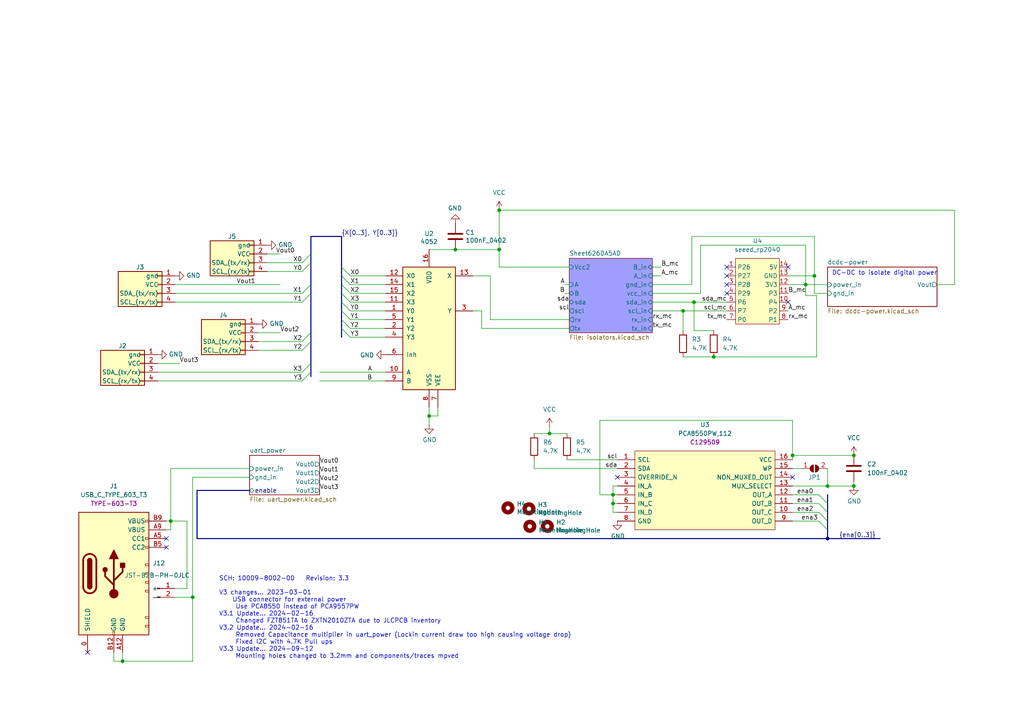
<source format=kicad_sch>
(kicad_sch (version 20230121) (generator eeschema)
  (paper "A4")
  (lib_symbols
    (symbol "0JLC-6:USB_C_TYPE_603_T3" (pin_names (offset 1.016))
      (property "Reference" "J" (at -10.16 19.05 0))
      (property "Value" "USB_C_TYPE_603_T3" (at 19.05 19.05 0))
      (property "MPN" "TYPE-603-T3" (at 0 0 0))
      (symbol "USB_C_TYPE_603_T3_0_0"
        (rectangle (start -0.254 -17.78) (end 0.254 -16.764))
        (rectangle (start 10.16 -14.986) (end 9.144 -15.494))
        (rectangle (start 10.16 -12.446) (end 9.144 -12.954))
        (rectangle (start 10.16 -4.826) (end 9.144 -5.334))
        (rectangle (start 10.16 -2.286) (end 9.144 -2.794))
        (rectangle (start 10.16 0.254) (end 9.144 -0.254))
        (rectangle (start 10.16 2.794) (end 9.144 2.286))
        (rectangle (start 10.16 7.874) (end 9.144 7.366))
        (rectangle (start 10.16 10.414) (end 9.144 9.906))
        (rectangle (start 10.16 15.494) (end 9.144 14.986))
      )
      (symbol "USB_C_TYPE_603_T3_0_1"
        (rectangle (start -10.16 17.78) (end 10.16 -17.78) (stroke (width 0.254)) (fill (type background)))
        (arc (start -8.89 -3.81) (mid -6.985 -5.7067) (end -5.08 -3.81) (stroke (width 0.508)))
        (arc (start -7.62 -3.81) (mid -6.985 -4.4423) (end -6.35 -3.81) (stroke (width 0.254)))
        (arc (start -7.62 -3.81) (mid -6.985 -4.4423) (end -6.35 -3.81) (stroke (width 0.254)) (fill (type outline)))
        (rectangle (start -7.62 -3.81) (end -6.35 3.81) (stroke (width 0.254)) (fill (type outline)))
        (arc (start -6.35 3.81) (mid -6.985 4.4423) (end -7.62 3.81) (stroke (width 0.254)))
        (arc (start -6.35 3.81) (mid -6.985 4.4423) (end -7.62 3.81) (stroke (width 0.254)) (fill (type outline)))
        (arc (start -5.08 3.81) (mid -6.985 5.7067) (end -8.89 3.81) (stroke (width 0.508)))
        (circle (center -2.54 1.143) (radius 0.635) (stroke (width 0.254)) (fill (type outline)))
        (circle (center 0 -5.842) (radius 1.27) (fill (type outline)))
        (polyline (pts (xy -8.89 -3.81) (xy -8.89 3.81)) (stroke (width 0.508)))
        (polyline (pts (xy -5.08 3.81) (xy -5.08 -3.81)) (stroke (width 0.508)))
        (polyline (pts (xy 0 -5.842) (xy 0 4.318)) (stroke (width 0.508)))
        (polyline (pts (xy 0 -3.302) (xy -2.54 -0.762) (xy -2.54 0.508)) (stroke (width 0.508)))
        (polyline (pts (xy 0 -2.032) (xy 2.54 0.508) (xy 2.54 1.778)) (stroke (width 0.508)))
        (polyline (pts (xy -1.27 4.318) (xy 0 6.858) (xy 1.27 4.318) (xy -1.27 4.318)) (stroke (width 0.254)) (fill (type outline)))
        (rectangle (start 1.905 1.778) (end 3.175 3.048) (stroke (width 0.254)) (fill (type outline)))
      )
      (symbol "USB_C_TYPE_603_T3_1_1"
        (pin passive line (at -7.62 -22.86 90) (length 5.08) (name "SHIELD") (number "0"))
        (pin passive line (at 2.54 -22.86 90) (length 5.08) (name "GND") (number "A12"))
        (pin bidirectional line (at 15.24 10.16 180) (length 5.08) (name "CC1") (number "A5"))
        (pin power_out line (at 15.24 12.7 180) (length 5.08) (name "VBUS") (number "A9"))
        (pin passive line (at 0 -22.86 90) (length 5.08) (name "GND") (number "B12"))
        (pin bidirectional line (at 15.24 7.62 180) (length 5.08) (name "CC2") (number "B5"))
        (pin power_out line (at 15.24 15.24 180) (length 5.08) (name "VBUS") (number "B9"))
      )
    )
    (symbol "0JLC-7:100nF_0402" (pin_numbers hide) (pin_names (offset 0.254))
      (property "Reference" "C?" (at -6.4008 0 90))
      (property "Value" "100nF_0402" (at -3.81 3.81 90))
      (symbol "100nF_0402_0_1"
        (polyline (pts (xy -2.032 -0.762) (xy 2.032 -0.762)) (stroke (width 0.508)))
        (polyline (pts (xy -2.032 0.762) (xy 2.032 0.762)) (stroke (width 0.508)))
      )
      (symbol "100nF_0402_1_1"
        (pin passive line (at 0 3.81 270) (length 2.794) (name "~") (number "1"))
        (pin passive line (at 0 -3.81 90) (length 2.794) (name "~") (number "2"))
      )
    )
    (symbol "0JLC-7:100nF_0603" (pin_numbers hide) (pin_names (offset 0.254))
      (property "Reference" "C?" (at -6.4008 0 90))
      (property "Value" "100nF_0603" (at -3.81 3.81 90))
      (symbol "100nF_0603_0_1"
        (polyline (pts (xy -2.032 -0.762) (xy 2.032 -0.762)) (stroke (width 0.508)))
        (polyline (pts (xy -2.032 0.762) (xy 2.032 0.762)) (stroke (width 0.508)))
      )
      (symbol "100nF_0603_1_1"
        (pin passive line (at 0 3.81 270) (length 2.794) (name "~") (number "1"))
        (pin passive line (at 0 -3.81 90) (length 2.794) (name "~") (number "2"))
      )
    )
    (symbol "0JLC-7:JST_SH_Conn_01x04_i2c_uart_horizontal" (pin_names (offset 1.016))
      (property "Reference" "J1" (at -0.4318 8.255 0))
      (property "Value" "JST_SH_Conn_01x04_i2c_uart_horizontal" (at -5.5118 5.9436 0))
      (symbol "JST_SH_Conn_01x04_i2c_uart_horizontal_1_1"
        (rectangle (start -6.35 -4.953) (end -5.08 -5.207) (stroke (width 0.1524)))
        (rectangle (start -6.35 -2.413) (end -5.08 -2.667) (stroke (width 0.1524)))
        (rectangle (start -6.35 0.127) (end -5.08 -0.127) (stroke (width 0.1524)))
        (rectangle (start -6.35 2.667) (end -5.08 2.413) (stroke (width 0.1524)))
        (rectangle (start -6.35 3.81) (end 6.35 -6.35) (stroke (width 0.254)) (fill (type background)))
        (pin passive line (at -10.16 2.54 0) (length 3.81) (name "gnd") (number "1"))
        (pin passive line (at -10.16 0 0) (length 3.81) (name "VCC") (number "2"))
        (pin passive line (at -10.16 -2.54 0) (length 3.81) (name "SDA_(tx/rx)") (number "3"))
        (pin passive line (at -10.16 -5.08 0) (length 3.81) (name "SCL_(rx/tx)") (number "4"))
      )
    )
    (symbol "0JLC-7:PCA8550PW,112" (pin_names (offset 0.762))
      (property "Reference" "U" (at -1.27 12.7 0))
      (property "Value" "PCA8550PW,112" (at -7.62 10.16 0))
      (symbol "PCA8550PW,112_0_0"
        (pin input line (at -25.4 8.89 0) (length 5.08) (name "SCL") (number "1"))
        (pin output line (at 25.4 -6.35 180) (length 5.08) (name "OUT_C") (number "10"))
        (pin output line (at 25.4 -3.81 180) (length 5.08) (name "OUT_B") (number "11"))
        (pin output line (at 25.4 -1.27 180) (length 5.08) (name "OUT_A") (number "12"))
        (pin input line (at 25.4 1.27 180) (length 5.08) (name "MUX_SELECT") (number "13"))
        (pin output line (at 25.4 3.81 180) (length 5.08) (name "NON_MUXED_OUT") (number "14"))
        (pin bidirectional line (at 25.4 6.35 180) (length 5.08) (name "WP") (number "15"))
        (pin bidirectional line (at 25.4 8.89 180) (length 5.08) (name "VCC") (number "16"))
        (pin bidirectional line (at -25.4 6.35 0) (length 5.08) (name "SDA") (number "2"))
        (pin input line (at -25.4 3.81 0) (length 5.08) (name "OVERRIDE_N") (number "3"))
        (pin input line (at -25.4 1.27 0) (length 5.08) (name "IN_A") (number "4"))
        (pin input line (at -25.4 -1.27 0) (length 5.08) (name "IN_B") (number "5"))
        (pin input line (at -25.4 -3.81 0) (length 5.08) (name "IN_C") (number "6"))
        (pin input line (at -25.4 -6.35 0) (length 5.08) (name "IN_D") (number "7"))
        (pin power_in line (at -25.4 -8.89 0) (length 5.08) (name "GND") (number "8"))
        (pin output line (at 25.4 -8.89 180) (length 5.08) (name "OUT_D") (number "9"))
      )
      (symbol "PCA8550PW,112_1_1"
        (polyline (pts (xy -20.32 11.43) (xy 20.32 11.43) (xy 20.32 -11.43) (xy -20.32 -11.43) (xy -20.32 11.43)) (stroke (width 0.1524)) (fill (type background)))
      )
    )
    (symbol "0JLC-7:seeed_rp2040"
      (property "Reference" "U5" (at 0 5.08 0))
      (property "Value" "seeed_rp2040" (at -2.54 2.54 0))
      (symbol "seeed_rp2040_0_1"
        (rectangle (start -6.35 0) (end 6.35 -19.05) (fill (type background)))
      )
      (symbol "seeed_rp2040_1_1"
        (pin bidirectional line (at -8.89 -2.54 0) (length 2.54) (name "P26") (number "1"))
        (pin bidirectional line (at 8.89 -12.7 180) (length 2.54) (name "P4") (number "10"))
        (pin bidirectional line (at 8.89 -10.16 180) (length 2.54) (name "P3") (number "11"))
        (pin power_out line (at 8.89 -7.62 180) (length 2.54) (name "3V3") (number "12"))
        (pin passive line (at 8.89 -5.08 180) (length 2.54) (name "GND") (number "13"))
        (pin passive line (at 8.89 -2.54 180) (length 2.54) (name "5V") (number "14"))
        (pin bidirectional line (at -8.89 -5.08 0) (length 2.54) (name "P27") (number "2"))
        (pin bidirectional line (at -8.89 -7.62 0) (length 2.54) (name "P28") (number "3"))
        (pin bidirectional line (at -8.89 -10.16 0) (length 2.54) (name "P29") (number "4"))
        (pin bidirectional line (at -8.89 -12.7 0) (length 2.54) (name "P6") (number "5"))
        (pin bidirectional line (at -8.89 -15.24 0) (length 2.54) (name "P7") (number "6"))
        (pin bidirectional line (at -8.89 -17.78 0) (length 2.54) (name "P0") (number "7"))
        (pin bidirectional line (at 8.89 -17.78 180) (length 2.54) (name "P1") (number "8"))
        (pin bidirectional line (at 8.89 -15.24 180) (length 2.54) (name "P2") (number "9"))
      )
    )
    (symbol "0_lph:JST-B2B-PH-0JLC" (pin_names (offset 1.016))
      (property "Reference" "J" (at 0 2.54 0))
      (property "Value" "JST-B2B-PH-0JLC" (at 0 -5.08 0))
      (symbol "JST-B2B-PH-0JLC_1_1"
        (polyline (pts (xy 1.27 -2.54) (xy 0.8636 -2.54)) (stroke (width 0.1524)))
        (polyline (pts (xy 1.27 0) (xy 0.8636 0)) (stroke (width 0.1524)))
        (rectangle (start 0.8636 -2.413) (end 0 -2.667) (stroke (width 0.1524)) (fill (type outline)))
        (rectangle (start 0.8636 0.127) (end 0 -0.127) (stroke (width 0.1524)) (fill (type outline)))
        (pin passive line (at 5.08 0 180) (length 3.81) (name "+") (number "1"))
        (pin passive line (at 5.08 -2.54 180) (length 3.81) (name "-") (number "2"))
      )
    )
    (symbol "4xxx:4052" (pin_names (offset 1.016))
      (property "Reference" "U" (at -7.62 19.05 0))
      (property "Value" "4052" (at -7.62 -19.05 0))
      (symbol "4052_1_0"
        (pin passive line (at -12.7 5.08 0) (length 5.08) (name "Y0") (number "1"))
        (pin input line (at -12.7 -12.7 0) (length 5.08) (name "A") (number "10"))
        (pin passive line (at -12.7 7.62 0) (length 5.08) (name "X3") (number "11"))
        (pin passive line (at -12.7 15.24 0) (length 5.08) (name "X0") (number "12"))
        (pin passive line (at 12.7 15.24 180) (length 5.08) (name "X") (number "13"))
        (pin passive line (at -12.7 12.7 0) (length 5.08) (name "X1") (number "14"))
        (pin passive line (at -12.7 10.16 0) (length 5.08) (name "X2") (number "15"))
        (pin power_in line (at 0 22.86 270) (length 5.08) (name "VDD") (number "16"))
        (pin passive line (at -12.7 0 0) (length 5.08) (name "Y2") (number "2"))
        (pin passive line (at 12.7 5.08 180) (length 5.08) (name "Y") (number "3"))
        (pin passive line (at -12.7 -2.54 0) (length 5.08) (name "Y3") (number "4"))
        (pin passive line (at -12.7 2.54 0) (length 5.08) (name "Y1") (number "5"))
        (pin input line (at -12.7 -7.62 0) (length 5.08) (name "Inh") (number "6"))
        (pin power_in line (at 2.54 -22.86 90) (length 5.08) (name "VEE") (number "7"))
        (pin power_in line (at 0 -22.86 90) (length 5.08) (name "VSS") (number "8"))
        (pin input line (at -12.7 -15.24 0) (length 5.08) (name "B") (number "9"))
      )
      (symbol "4052_1_1"
        (rectangle (start -7.62 17.78) (end 7.62 -17.78) (stroke (width 0.254)) (fill (type background)))
      )
    )
    (symbol "Device:R" (pin_numbers hide) (pin_names (offset 0))
      (property "Reference" "R" (at 2.032 0 90))
      (property "Value" "R" (at 0 0 90))
      (symbol "R_0_1"
        (rectangle (start -1.016 -2.54) (end 1.016 2.54) (stroke (width 0.254)))
      )
      (symbol "R_1_1"
        (pin passive line (at 0 3.81 270) (length 1.27) (name "~") (number "1"))
        (pin passive line (at 0 -3.81 90) (length 1.27) (name "~") (number "2"))
      )
    )
    (symbol "Jumper:SolderJumper_2_Open" (pin_names (offset 0) hide)
      (property "Reference" "JP" (at 0 2.032 0))
      (property "Value" "SolderJumper_2_Open" (at 0 -2.54 0))
      (symbol "SolderJumper_2_Open_0_1"
        (arc (start -0.254 1.016) (mid -1.2656 0) (end -0.254 -1.016))
        (arc (start -0.254 1.016) (mid -1.2656 0) (end -0.254 -1.016) (fill (type outline)))
        (polyline (pts (xy -0.254 1.016) (xy -0.254 -1.016)))
        (polyline (pts (xy 0.254 1.016) (xy 0.254 -1.016)))
        (arc (start 0.254 -1.016) (mid 1.2656 0) (end 0.254 1.016))
        (arc (start 0.254 -1.016) (mid 1.2656 0) (end 0.254 1.016) (fill (type outline)))
      )
      (symbol "SolderJumper_2_Open_1_1"
        (pin passive line (at -3.81 0 0) (length 2.54) (name "A") (number "1"))
        (pin passive line (at 3.81 0 180) (length 2.54) (name "B") (number "2"))
      )
    )
    (symbol "Mechanical:MountingHole" (pin_names (offset 1.016))
      (property "Reference" "H" (at 0 5.08 0))
      (property "Value" "MountingHole" (at 0 3.175 0))
      (symbol "MountingHole_0_1"
        (circle (center 0 0) (radius 1.27) (stroke (width 1.27)))
      )
    )
    (symbol "power:GND" (power) (pin_names (offset 0))
      (property "Value" "GND" (at 0 -3.81 0))
      (symbol "GND_0_1"
        (polyline (pts (xy 0 0) (xy 0 -1.27) (xy 1.27 -1.27) (xy 0 -2.54) (xy -1.27 -1.27) (xy 0 -1.27)))
      )
      (symbol "GND_1_1"
        (pin power_in line (at 0 0 270) (length 0) hide (name "GND") (number "1"))
      )
    )
    (symbol "power:VCC" (power) (pin_names (offset 0))
      (property "Value" "VCC" (at 0 3.81 0))
      (symbol "VCC_0_1"
        (polyline (pts (xy -0.762 1.27) (xy 0 2.54)))
        (polyline (pts (xy 0 0) (xy 0 2.54)))
        (polyline (pts (xy 0 2.54) (xy 0.762 1.27)))
      )
      (symbol "VCC_1_1"
        (pin power_in line (at 0 0 90) (length 0) hide (name "VCC") (number "1"))
      )
    )
  )
  (junction (at 35.56 191.77))
  (junction (at 144.78 72.39))
  (junction (at 240.03 156.21))
  (junction (at 233.68 82.55))
  (junction (at 177.8 146.05))
  (junction (at 198.12 90.17))
  (junction (at 207.01 103.505))
  (junction (at 132.08 72.39))
  (junction (at 247.65 140.97))
  (junction (at 240.03 140.97))
  (junction (at 247.65 132.08))
  (junction (at 201.295 87.63))
  (junction (at 177.8 143.51))
  (junction (at 236.22 80.01))
  (junction (at 55.88 173.228))
  (junction (at 144.78 60.96))
  (junction (at 124.46 120.65))
  (junction (at 49.53 151.13))
  (junction (at 229.87 132.08))
  (junction (at 159.385 125.73))
  (no_connect (at 210.82 85.09))
  (no_connect (at 179.07 138.43))
  (no_connect (at 228.6 87.63))
  (no_connect (at 25.4 189.23))
  (no_connect (at 229.87 138.43))
  (no_connect (at 228.6 77.47))
  (no_connect (at 48.26 158.75))
  (no_connect (at 210.82 80.01))
  (no_connect (at 210.82 77.47))
  (no_connect (at 48.26 156.21))
  (no_connect (at 210.82 82.55))
  (bus_entry (at 90.17 99.06) (size -2.54 2.54))
  (bus_entry (at 99.06 87.63) (size 2.54 2.54))
  (bus_entry (at 99.06 85.09) (size 2.54 2.54))
  (bus_entry (at 90.17 85.09) (size -2.54 2.54))
  (bus_entry (at 90.17 73.66) (size -2.54 2.54))
  (bus_entry (at 90.17 96.52) (size -2.54 2.54))
  (bus_entry (at 99.06 80.01) (size 2.54 2.54))
  (bus_entry (at 99.06 82.55) (size 2.54 2.54))
  (bus_entry (at 90.17 107.95) (size -2.54 2.54))
  (bus_entry (at 90.17 82.55) (size -2.54 2.54))
  (bus_entry (at 90.17 76.2) (size -2.54 2.54))
  (bus_entry (at 99.06 90.17) (size 2.54 2.54))
  (bus_entry (at 240.03 148.59) (size -2.54 -2.54))
  (bus_entry (at 99.06 77.47) (size 2.54 2.54))
  (bus_entry (at 99.06 92.71) (size 2.54 2.54))
  (bus_entry (at 240.03 151.13) (size -2.54 -2.54))
  (bus_entry (at 240.03 146.05) (size -2.54 -2.54))
  (bus_entry (at 240.03 153.67) (size -2.54 -2.54))
  (bus_entry (at 99.06 95.25) (size 2.54 2.54))
  (bus_entry (at 90.17 105.41) (size -2.54 2.54))
  (wire (pts (xy 45.72 107.95) (xy 87.63 107.95)))
  (bus (pts (xy 90.17 99.06) (xy 90.17 105.41)))
  (wire (pts (xy 154.94 135.89) (xy 179.07 135.89)))
  (wire (pts (xy 201.295 95.885) (xy 201.295 87.63)))
  (bus (pts (xy 99.06 90.17) (xy 99.06 92.71)))
  (wire (pts (xy 233.68 71.12) (xy 233.68 82.55)))
  (bus (pts (xy 99.06 92.71) (xy 99.06 95.25)))
  (wire (pts (xy 229.87 135.89) (xy 232.41 135.89)))
  (wire (pts (xy 177.8 146.05) (xy 179.07 146.05)))
  (wire (pts (xy 177.8 146.05) (xy 177.8 148.59)))
  (wire (pts (xy 101.6 97.79) (xy 111.76 97.79)))
  (wire (pts (xy 154.94 125.73) (xy 159.385 125.73)))
  (wire (pts (xy 236.22 68.58) (xy 236.22 80.01)))
  (bus (pts (xy 99.06 77.47) (xy 99.06 80.01)))
  (wire (pts (xy 189.23 82.55) (xy 200.66 82.55)))
  (wire (pts (xy 50.8 87.63) (xy 87.63 87.63)))
  (wire (pts (xy 101.6 90.17) (xy 111.76 90.17)))
  (wire (pts (xy 229.87 121.92) (xy 173.99 121.92)))
  (bus (pts (xy 240.03 148.59) (xy 240.03 151.13)))
  (wire (pts (xy 247.65 139.7) (xy 247.65 140.97)))
  (wire (pts (xy 48.26 153.67) (xy 49.53 153.67)))
  (bus (pts (xy 90.17 73.66) (xy 90.17 76.2)))
  (bus (pts (xy 99.06 68.58) (xy 99.06 77.47)))
  (wire (pts (xy 207.01 95.885) (xy 201.295 95.885)))
  (wire (pts (xy 49.53 153.67) (xy 49.53 151.13)))
  (wire (pts (xy 240.03 135.89) (xy 240.03 140.97)))
  (bus (pts (xy 99.06 95.25) (xy 99.06 97.79)))
  (wire (pts (xy 198.12 90.17) (xy 198.12 95.885)))
  (wire (pts (xy 124.46 120.65) (xy 124.46 123.19)))
  (bus (pts (xy 99.06 85.09) (xy 99.06 87.63)))
  (wire (pts (xy 74.93 96.52) (xy 81.28 96.52)))
  (bus (pts (xy 90.17 68.58) (xy 99.06 68.58)))
  (bus (pts (xy 57.15 156.21) (xy 57.15 142.24)))
  (wire (pts (xy 54.229 170.688) (xy 50.673 170.688)))
  (wire (pts (xy 55.88 138.43) (xy 55.88 173.228)))
  (wire (pts (xy 177.8 143.51) (xy 179.07 143.51)))
  (wire (pts (xy 142.24 80.01) (xy 137.16 80.01)))
  (bus (pts (xy 240.03 153.67) (xy 240.03 156.21)))
  (bus (pts (xy 99.06 82.55) (xy 99.06 85.09)))
  (wire (pts (xy 101.6 92.71) (xy 111.76 92.71)))
  (wire (pts (xy 72.39 138.43) (xy 55.88 138.43)))
  (wire (pts (xy 101.6 85.09) (xy 111.76 85.09)))
  (wire (pts (xy 154.94 133.35) (xy 154.94 135.89)))
  (wire (pts (xy 33.02 189.23) (xy 33.02 191.77)))
  (wire (pts (xy 35.56 189.23) (xy 35.56 191.77)))
  (bus (pts (xy 57.15 156.21) (xy 240.03 156.21)))
  (wire (pts (xy 233.68 82.55) (xy 228.6 82.55)))
  (wire (pts (xy 45.72 110.49) (xy 87.63 110.49)))
  (wire (pts (xy 229.87 146.05) (xy 237.49 146.05)))
  (wire (pts (xy 198.12 90.17) (xy 210.82 90.17)))
  (wire (pts (xy 233.68 85.725) (xy 233.68 82.55)))
  (wire (pts (xy 139.7 95.25) (xy 139.7 90.17)))
  (wire (pts (xy 142.24 92.71) (xy 142.24 80.01)))
  (wire (pts (xy 165.1 95.25) (xy 139.7 95.25)))
  (wire (pts (xy 173.99 121.92) (xy 173.99 143.51)))
  (bus (pts (xy 90.17 107.95) (xy 90.17 109.22)))
  (wire (pts (xy 189.23 80.01) (xy 191.77 80.01)))
  (wire (pts (xy 236.22 85.09) (xy 240.03 85.09)))
  (wire (pts (xy 124.46 72.39) (xy 132.08 72.39)))
  (wire (pts (xy 165.1 77.47) (xy 144.78 77.47)))
  (wire (pts (xy 72.39 135.89) (xy 49.53 135.89)))
  (wire (pts (xy 229.87 132.08) (xy 247.65 132.08)))
  (wire (pts (xy 124.46 118.11) (xy 124.46 120.65)))
  (bus (pts (xy 90.17 68.58) (xy 90.17 73.66)))
  (wire (pts (xy 50.8 85.09) (xy 87.63 85.09)))
  (wire (pts (xy 189.23 77.47) (xy 191.77 77.47)))
  (wire (pts (xy 101.6 95.25) (xy 111.76 95.25)))
  (wire (pts (xy 177.8 143.51) (xy 177.8 146.05)))
  (wire (pts (xy 139.7 90.17) (xy 137.16 90.17)))
  (wire (pts (xy 240.03 140.97) (xy 247.65 140.97)))
  (wire (pts (xy 173.99 143.51) (xy 177.8 143.51)))
  (wire (pts (xy 233.68 82.55) (xy 240.03 82.55)))
  (wire (pts (xy 132.08 72.39) (xy 144.78 72.39)))
  (wire (pts (xy 48.26 151.13) (xy 49.53 151.13)))
  (bus (pts (xy 240.03 151.13) (xy 240.03 153.67)))
  (wire (pts (xy 45.72 105.41) (xy 52.07 105.41)))
  (wire (pts (xy 229.87 148.59) (xy 237.49 148.59)))
  (wire (pts (xy 111.76 110.49) (xy 92.71 110.49)))
  (wire (pts (xy 55.88 173.228) (xy 55.88 191.77)))
  (wire (pts (xy 177.8 148.59) (xy 179.07 148.59)))
  (wire (pts (xy 198.12 103.505) (xy 207.01 103.505)))
  (wire (pts (xy 203.2 71.12) (xy 233.68 71.12)))
  (wire (pts (xy 127 120.65) (xy 124.46 120.65)))
  (wire (pts (xy 229.87 151.13) (xy 237.49 151.13)))
  (wire (pts (xy 271.78 82.55) (xy 276.86 82.55)))
  (wire (pts (xy 127 118.11) (xy 127 120.65)))
  (wire (pts (xy 200.66 68.58) (xy 236.22 68.58)))
  (bus (pts (xy 240.03 146.05) (xy 240.03 148.59)))
  (bus (pts (xy 90.17 96.52) (xy 90.17 99.06)))
  (wire (pts (xy 144.78 77.47) (xy 144.78 72.39)))
  (wire (pts (xy 207.01 103.505) (xy 236.855 103.505)))
  (wire (pts (xy 49.53 151.13) (xy 54.229 151.13)))
  (wire (pts (xy 144.78 60.96) (xy 276.86 60.96)))
  (wire (pts (xy 229.87 132.08) (xy 229.87 121.92)))
  (wire (pts (xy 189.23 87.63) (xy 201.295 87.63)))
  (wire (pts (xy 165.1 85.09) (xy 163.83 85.09)))
  (bus (pts (xy 90.17 76.2) (xy 90.17 82.55)))
  (wire (pts (xy 164.465 133.35) (xy 179.07 133.35)))
  (wire (pts (xy 50.673 173.228) (xy 55.88 173.228)))
  (wire (pts (xy 203.2 85.09) (xy 203.2 71.12)))
  (bus (pts (xy 240.03 156.21) (xy 255.27 156.21)))
  (wire (pts (xy 92.71 107.95) (xy 111.76 107.95)))
  (wire (pts (xy 177.8 140.97) (xy 177.8 143.51)))
  (wire (pts (xy 189.23 90.17) (xy 198.12 90.17)))
  (bus (pts (xy 240.03 143.51) (xy 240.03 146.05)))
  (wire (pts (xy 229.87 140.97) (xy 240.03 140.97)))
  (bus (pts (xy 90.17 105.41) (xy 90.17 107.95)))
  (wire (pts (xy 201.295 87.63) (xy 210.82 87.63)))
  (wire (pts (xy 159.385 125.73) (xy 164.465 125.73)))
  (wire (pts (xy 54.229 151.13) (xy 54.229 170.688)))
  (wire (pts (xy 74.93 101.6) (xy 87.63 101.6)))
  (wire (pts (xy 49.53 135.89) (xy 49.53 151.13)))
  (wire (pts (xy 159.385 123.825) (xy 159.385 125.73)))
  (wire (pts (xy 33.02 191.77) (xy 35.56 191.77)))
  (wire (pts (xy 200.66 82.55) (xy 200.66 68.58)))
  (wire (pts (xy 179.07 140.97) (xy 177.8 140.97)))
  (bus (pts (xy 90.17 85.09) (xy 90.17 96.52)))
  (wire (pts (xy 101.6 80.01) (xy 111.76 80.01)))
  (wire (pts (xy 229.87 132.08) (xy 229.87 133.35)))
  (bus (pts (xy 99.06 87.63) (xy 99.06 90.17)))
  (wire (pts (xy 55.88 191.77) (xy 35.56 191.77)))
  (wire (pts (xy 276.86 82.55) (xy 276.86 60.96)))
  (wire (pts (xy 236.22 85.09) (xy 236.22 80.01)))
  (wire (pts (xy 77.47 73.66) (xy 81.28 73.66)))
  (bus (pts (xy 57.15 142.24) (xy 72.39 142.24)))
  (wire (pts (xy 101.6 87.63) (xy 111.76 87.63)))
  (wire (pts (xy 189.23 85.09) (xy 203.2 85.09)))
  (wire (pts (xy 50.8 82.55) (xy 81.28 82.55)))
  (wire (pts (xy 77.47 78.74) (xy 87.63 78.74)))
  (wire (pts (xy 229.87 143.51) (xy 237.49 143.51)))
  (wire (pts (xy 236.855 103.505) (xy 236.855 85.725)))
  (wire (pts (xy 165.1 82.55) (xy 163.83 82.55)))
  (wire (pts (xy 144.78 60.96) (xy 144.78 72.39)))
  (wire (pts (xy 74.93 99.06) (xy 87.63 99.06)))
  (wire (pts (xy 101.6 82.55) (xy 111.76 82.55)))
  (wire (pts (xy 236.22 80.01) (xy 228.6 80.01)))
  (wire (pts (xy 165.1 92.71) (xy 142.24 92.71)))
  (bus (pts (xy 99.06 80.01) (xy 99.06 82.55)))
  (wire (pts (xy 236.855 85.725) (xy 233.68 85.725)))
  (wire (pts (xy 77.47 76.2) (xy 87.63 76.2)))
  (bus (pts (xy 90.17 82.55) (xy 90.17 85.09)))
  (text "SCH: 10009-8002-00	Revision: 3.3\n\nV3 changes... 2023-03-01\n    USB connector for external power\n	Use PCA8550 instead of PCA9557PW\nV3.1 Update... 2024-02-16\n	Changed FZT851TA to ZXTN2010ZTA due to JLCPCB inventory\nV3.2 Update... 2024-02-16\n	Removed Capacitance multiplier in uart_power (Lockin current draw too high causing voltage drop)\n	Fixed I2C with 4.7K Pull ups\nV3.3 Update... 2024-09-12\n	Mounting holes changed to 3.2mm and components/traces mpved\n" (at 63.5 191.135 0) (effects (font (size 1.27 1.27)) (justify left bottom)))
  (text "DC-DC to isolate digital power" (at 241.3 80.01 0) (effects (font (size 1.27 1.27)) (justify left bottom)))
  (label "B" (at 107.95 110.49 180))
  (label "X3" (at 87.63 107.95 180))
  (label "X2" (at 101.6 85.09 0))
  (label "Vout3" (at 52.07 105.41 0))
  (label "sda" (at 165.1 87.63 180))
  (label "scl_mc" (at 210.82 90.17 180))
  (label "rx_mc" (at 228.6 92.71 0))
  (label "Y2" (at 87.63 101.6 180))
  (label "Vout3" (at 92.71 142.24 0))
  (label "Y3" (at 87.63 110.49 180))
  (label "Vout2" (at 92.71 139.7 0))
  (label "ena1" (at 231.14 146.05 0))
  (label "ena0" (at 231.14 143.51 0))
  (label "X3" (at 101.6 87.63 0))
  (label "Y1" (at 87.63 87.63 180))
  (label "Y3" (at 101.6 97.79 0))
  (label "ena2" (at 231.14 148.59 0))
  (label "Vout2" (at 81.28 96.52 0))
  (label "{X[0..3], Y[0..3]}" (at 99.06 68.58 0))
  (label "tx_mc" (at 210.82 92.71 180))
  (label "B_mc" (at 228.6 85.09 0))
  (label "{ena[0..3]}" (at 254 156.21 180))
  (label "Y0" (at 101.6 90.17 0))
  (label "B_mc" (at 191.77 77.47 0))
  (label "X2" (at 87.63 99.06 180))
  (label "Y0" (at 87.63 78.74 180))
  (label "sda_mc" (at 210.82 87.63 180))
  (label "scl" (at 179.07 133.35 180))
  (label "X1" (at 101.6 82.55 0))
  (label "Vout0" (at 80.01 73.66 0))
  (label "scl" (at 165.1 90.17 180))
  (label "X0" (at 87.63 76.2 180))
  (label "Vout1" (at 92.71 137.16 0))
  (label "Y2" (at 101.6 95.25 0))
  (label "Vout0" (at 92.71 134.62 0))
  (label "rx_mc" (at 189.23 92.71 0))
  (label "Vout1" (at 68.58 82.55 0))
  (label "X0" (at 101.6 80.01 0))
  (label "A_mc" (at 191.77 80.01 0))
  (label "A_mc" (at 228.6 90.17 0))
  (label "A" (at 163.83 82.55 180))
  (label "ena3" (at 232.41 151.13 0))
  (label "Y1" (at 101.6 92.71 0))
  (label "A" (at 107.95 107.95 180))
  (label "X1" (at 87.63 85.09 180))
  (label "B" (at 163.83 85.09 180))
  (label "sda" (at 179.07 135.89 180))
  (label "tx_mc" (at 189.23 95.25 0))
  (symbol (lib_id "4xxx:4052") (at 124.46 95.25 0) (unit 1)
    (property "Reference" "U2" (at 124.46 67.7926 0))
    (property "Value" "4052" (at 124.46 70.104 0))
    (property "Footprint" "Package_SO:TSSOP-16_4.4x5mm_P0.65mm" (effects hide))
    (property "Datasheet" "http://www.intersil.com/content/dam/Intersil/documents/cd40/cd4051bms-52bms-53bms.pdf" (effects hide))
    (property "LCSC" "C8142" (effects hide))
    (property "MPN" "SN74LV4052APWR" (effects hide))
    (property "JLCPCB Rotation Offset" "-90" (effects hide))
  )
  (symbol (lib_id "0JLC-7:100nF_0603") (at 132.08 68.58 0) (unit 1)
    (property "Reference" "C1" (at 135.001 67.4116 0) (effects (justify left)))
    (property "Value" "100nF_0402" (at 135.001 69.723 0) (effects (justify left)))
    (property "Footprint" "Capacitor_SMD:C_0402_1005Metric_Pad0.74x0.62mm_HandSolder" (effects hide))
    (property "LCSC" "C56392" (effects hide))
    (property "MPN" "0402B104K250NT" (effects hide))
  )
  (symbol (lib_id "power:GND") (at 132.08 64.77 180) (unit 1)
    (property "Reference" "#PWR07" (effects hide))
    (property "Value" "GND" (at 131.953 60.3758 0))
  )
  (symbol (lib_id "power:GND") (at 111.76 102.87 270) (unit 1)
    (property "Reference" "#PWR05" (effects hide))
    (property "Value" "GND" (at 108.5088 102.997 90) (effects (justify right)))
  )
  (symbol (lib_id "power:GND") (at 124.46 123.19 0) (unit 1)
    (property "Reference" "#PWR06" (effects hide))
    (property "Value" "GND" (at 124.587 127.5842 0))
  )
  (symbol (lib_id "0JLC-7:JST_SH_Conn_01x04_i2c_uart_horizontal") (at 35.56 105.41 0) (mirror y) (unit 1)
    (property "Reference" "J2" (at 35.56 100.33 0))
    (property "Value" "JST_SH_Conn_01x04_i2c_uart_horizontal" (effects hide))
    (property "Footprint" "Connector_JST:JST_SH_SM04B-SRSS-TB_1x04-1MP_P1.00mm_Horizontal" (effects hide))
    (property "LCSC" "C371571" (effects hide))
    (property "MPN" "A1001WR-S" (effects hide))
  )
  (symbol (lib_id "0JLC-7:JST_SH_Conn_01x04_i2c_uart_horizontal") (at 64.77 96.52 0) (mirror y) (unit 1)
    (property "Reference" "J4" (at 64.77 91.44 0))
    (property "Value" "JST_SH_Conn_01x04_i2c_uart_horizontal" (effects hide))
    (property "Footprint" "Connector_JST:JST_SH_SM04B-SRSS-TB_1x04-1MP_P1.00mm_Horizontal" (effects hide))
    (property "LCSC" "C371571" (effects hide))
    (property "MPN" "A1001WR-S" (effects hide))
  )
  (symbol (lib_id "0JLC-7:JST_SH_Conn_01x04_i2c_uart_horizontal") (at 40.64 82.55 0) (mirror y) (unit 1)
    (property "Reference" "J3" (at 40.64 77.47 0))
    (property "Value" "JST_SH_Conn_01x04_i2c_uart_horizontal" (effects hide))
    (property "Footprint" "Connector_JST:JST_SH_SM04B-SRSS-TB_1x04-1MP_P1.00mm_Horizontal" (effects hide))
    (property "LCSC" "C371571" (effects hide))
    (property "MPN" "A1001WR-S" (effects hide))
  )
  (symbol (lib_id "0JLC-7:JST_SH_Conn_01x04_i2c_uart_horizontal") (at 67.31 73.66 0) (mirror y) (unit 1)
    (property "Reference" "J5" (at 67.31 68.58 0))
    (property "Value" "JST_SH_Conn_01x04_i2c_uart_horizontal" (effects hide))
    (property "Footprint" "Connector_JST:JST_SH_SM04B-SRSS-TB_1x04-1MP_P1.00mm_Horizontal" (effects hide))
    (property "LCSC" "C371571" (effects hide))
    (property "MPN" "A1001WR-S" (effects hide))
  )
  (symbol (lib_id "power:GND") (at 45.72 102.87 90) (unit 1)
    (property "Reference" "#PWR01" (effects hide))
    (property "Value" "GND" (at 48.9712 102.743 90) (effects (justify right)))
  )
  (symbol (lib_id "power:GND") (at 74.93 93.98 90) (unit 1)
    (property "Reference" "#PWR03" (effects hide))
    (property "Value" "GND" (at 78.1812 93.853 90) (effects (justify right)))
  )
  (symbol (lib_id "power:GND") (at 50.8 80.01 90) (unit 1)
    (property "Reference" "#PWR02" (effects hide))
    (property "Value" "GND" (at 54.0512 79.883 90) (effects (justify right)))
  )
  (symbol (lib_id "power:GND") (at 77.47 71.12 90) (unit 1)
    (property "Reference" "#PWR04" (effects hide))
    (property "Value" "GND" (at 80.7212 70.993 90) (effects (justify right)))
  )
  (symbol (lib_id "Mechanical:MountingHole") (at 158.75 152.654 0) (unit 1) (in_bom no)
    (property "Reference" "H2" (at 161.29 151.4856 0) (effects (justify left)))
    (property "Value" "MountingHole" (at 161.29 153.797 0) (effects (justify left)))
    (property "Footprint" "MountingHole:MountingHole_3.2mm_M3_DIN965_Pad" (effects hide))
  )
  (symbol (lib_id "Mechanical:MountingHole") (at 153.67 152.654 0) (unit 1) (in_bom no)
    (property "Reference" "H1" (at 156.21 151.4856 0) (effects (justify left)))
    (property "Value" "MountingHole" (at 156.21 153.797 0) (effects (justify left)))
    (property "Footprint" "MountingHole:MountingHole_3.2mm_M3_DIN965_Pad" (effects hide))
  )
  (symbol (lib_id "Mechanical:MountingHole") (at 147.32 147.32 0) (unit 1) (in_bom no)
    (property "Reference" "H4" (at 149.86 146.1516 0) (effects (justify left)))
    (property "Value" "MountingHole" (at 149.86 148.463 0) (effects (justify left)))
    (property "Footprint" "MountingHole:MountingHole_3.2mm_M3_DIN965_Pad" (effects hide))
  )
  (symbol (lib_id "Device:R") (at 154.94 129.54 0) (unit 1)
    (property "Reference" "R6" (at 157.48 128.27 0) (effects (justify left)))
    (property "Value" "4.7K" (at 157.48 130.81 0) (effects (justify left)))
    (property "Footprint" "Resistor_SMD:R_0402_1005Metric" (effects hide))
    (property "LCSC" "C25900" (effects hide))
  )
  (symbol (lib_id "power:VCC") (at 159.385 123.825 0) (unit 1)
    (property "Reference" "#PWR09" (effects hide))
    (property "Value" "VCC" (at 159.385 118.745 0))
  )
  (symbol (lib_id "Device:R") (at 207.01 99.695 0) (unit 1)
    (property "Reference" "R4" (at 209.55 98.425 0) (effects (justify left)))
    (property "Value" "4.7K" (at 209.55 100.965 0) (effects (justify left)))
    (property "Footprint" "Resistor_SMD:R_0402_1005Metric" (effects hide))
    (property "LCSC" "C25900" (effects hide))
  )
  (symbol (lib_id "Device:R") (at 198.12 99.695 0) (unit 1)
    (property "Reference" "R3" (at 200.66 98.425 0) (effects (justify left)))
    (property "Value" "4.7K" (at 200.66 100.965 0) (effects (justify left)))
    (property "Footprint" "Resistor_SMD:R_0402_1005Metric" (effects hide))
    (property "LCSC" "C25900" (effects hide))
  )
  (symbol (lib_id "0JLC-7:PCA8550PW,112") (at 204.47 142.24 0) (unit 1)
    (property "Reference" "U3" (at 204.47 123.19 0))
    (property "Value" "PCA8550PW,112" (at 204.47 125.73 0))
    (property "Footprint" "Package_SO:TSSOP-16_4.4x5mm_P0.65mm" (effects hide))
    (property "Datasheet" "https://componentsearchengine.com/Datasheets/2/PCA8550PW,112.pdf" (effects hide))
    (property "Description" "NXP - PCA8550PW,112 - MULTIPLEXER, SINGLE, 1 CH, TSSOP-16" (effects hide))
    (property "Manufacturer" "Nexperia" (effects hide))
    (property "MPN" "PCA8550PW,112" (effects hide))
    (property "LCSC" "C129509" (at 204.47 128.27 0))
    (property "JLCPCB Rotation Offset" "-90" (effects hide))
  )
  (symbol (lib_id "power:GND") (at 179.07 151.13 0) (unit 1)
    (property "Reference" "#PWR010" (effects hide))
    (property "Value" "GND" (at 179.197 155.5242 0))
  )
  (symbol (lib_id "0JLC-7:seeed_rp2040") (at 219.71 74.93 0) (unit 1) (in_bom no)
    (property "Reference" "U4" (at 219.71 69.85 0))
    (property "Value" "seeed_rp2040" (at 219.71 72.39 0))
    (property "Footprint" "0my_footprints7:DIP-XIAO-QTPY" (effects hide))
  )
  (symbol (lib_id "power:VCC") (at 247.65 132.08 0) (unit 1)
    (property "Reference" "#PWR011" (effects hide))
    (property "Value" "VCC" (at 247.65 127 0))
  )
  (symbol (lib_id "power:GND") (at 247.65 140.97 0) (unit 1)
    (property "Reference" "#PWR012" (effects hide))
    (property "Value" "GND" (at 247.777 145.3642 0))
  )
  (symbol (lib_id "power:VCC") (at 144.78 60.96 0) (unit 1)
    (property "Reference" "#PWR08" (effects hide))
    (property "Value" "VCC" (at 144.78 55.88 0))
  )
  (symbol (lib_id "Jumper:SolderJumper_2_Open") (at 236.22 135.89 0) (unit 1)
    (property "Reference" "JP1" (at 236.22 138.43 0))
    (property "Value" "SolderJumper_2_Open" (effects hide))
    (property "Footprint" "Jumper:SolderJumper-2_P1.3mm_Open_RoundedPad1.0x1.5mm" (effects hide))
  )
  (symbol (lib_id "0JLC-6:USB_C_TYPE_603_T3") (at 33.02 166.37 0) (unit 1)
    (property "Reference" "J1" (at 33.02 140.97 0))
    (property "Value" "USB_C_TYPE_603_T3" (at 33.02 143.51 0))
    (property "Footprint" "0my_footprints6:USB-C-SMD_TYPE-603-T3" (effects hide))
    (property "LCSC" "C2689837" (effects hide))
    (property "MPN" "TYPE-603-T3" (at 33.02 146.05 0))
  )
  (symbol (lib_id "Mechanical:MountingHole") (at 153.416 147.574 0) (unit 1) (in_bom no)
    (property "Reference" "H3" (at 155.956 146.4056 0) (effects (justify left)))
    (property "Value" "MountingHole" (at 155.956 148.717 0) (effects (justify left)))
    (property "Footprint" "MountingHole:MountingHole_3.2mm_M3_DIN965_Pad" (effects hide))
  )
  (symbol (lib_id "Device:R") (at 164.465 129.54 0) (unit 1)
    (property "Reference" "R5" (at 167.005 128.27 0) (effects (justify left)))
    (property "Value" "4.7K" (at 167.005 130.81 0) (effects (justify left)))
    (property "Footprint" "Resistor_SMD:R_0402_1005Metric" (effects hide))
    (property "LCSC" "C25900" (effects hide))
  )
  (symbol (lib_id "0JLC-7:100nF_0402") (at 247.65 135.89 0) (unit 1)
    (property "Reference" "C2" (at 251.46 134.62 0) (effects (justify left)))
    (property "Value" "100nF_0402" (at 251.46 137.16 0) (effects (justify left)))
    (property "Footprint" "Capacitor_SMD:C_0402_1005Metric_Pad0.74x0.62mm_HandSolder" (effects hide))
    (property "LCSC" "C56392" (effects hide))
    (property "MPN" "0402B104K250NT" (effects hide))
  )
  (symbol (lib_id "0_lph:JST-B2B-PH-0JLC") (at 45.593 170.688 0) (unit 1)
    (property "Reference" "J12" (at 46.101 163.322 0))
    (property "Value" "JST-B2B-PH-0JLC" (at 45.593 166.878 0))
    (property "Footprint" "Connector_JST:JST_PH_S2B-PH-K_1x02_P2.00mm_Horizontal" (effects hide))
    (property "LCSC" "C173752" (effects hide))
  )
  (sheet (at 165.1 74.93) (size 24.13 21.59) (fill (color 0 0 255 0.3800))
    (property "Sheetname" "Sheet626DA5AD" (at 165.1 74.2184 0) (effects (justify left bottom)))
    (property "Sheetfile" "isolators.kicad_sch" (at 165.1 97.1046 0) (effects (justify left top)))
    (pin "scl_in" input (at 189.23 90.17 0))
    (pin "sda_in" bidirectional (at 189.23 87.63 0))
    (pin "vcc_in" input (at 189.23 85.09 0))
    (pin "gnd_in" input (at 189.23 82.55 0))
    (pin "scl" output (at 165.1 90.17 180))
    (pin "sda" bidirectional (at 165.1 87.63 180))
    (pin "B" bidirectional (at 165.1 85.09 180))
    (pin "A" input (at 165.1 82.55 180))
    (pin "B_in" bidirectional (at 189.23 77.47 0))
    (pin "A_in" input (at 189.23 80.01 0))
    (pin "Vcc2" input (at 165.1 77.47 180))
    (pin "tx" output (at 165.1 95.25 180))
    (pin "rx" output (at 165.1 92.71 180))
    (pin "rx_in" input (at 189.23 92.71 0))
    (pin "tx_in" input (at 189.23 95.25 0))
  )
  (sheet (at 240.03 77.47) (size 31.75 11.43) (stroke (width 0.1524))
    (property "Sheetname" "dcdc-power" (at 240.03 76.7584 0) (effects (justify left bottom)))
    (property "Sheetfile" "dcdc-power.kicad_sch" (at 240.03 89.4846 0) (effects (justify left top)))
    (pin "gnd_in" input (at 240.03 85.09 180))
    (pin "power_in" input (at 240.03 82.55 180))
    (pin "Vout" output (at 271.78 82.55 0))
  )
  (sheet (at 72.39 132.08) (size 20.32 11.43) (stroke (width 0.1524))
    (property "Sheetname" "uart_power" (at 72.39 131.3684 0) (effects (justify left bottom)))
    (property "Sheetfile" "uart_power.kicad_sch" (at 72.39 144.0946 0) (effects (justify left top)))
    (pin "Vout0" output (at 92.71 134.62 0))
    (pin "gnd_in" input (at 72.39 138.43 180))
    (pin "power_in" input (at 72.39 135.89 180))
    (pin "enable" bidirectional (at 72.39 142.24 180))
    (pin "Vout1" output (at 92.71 137.16 0))
    (pin "Vout2" output (at 92.71 139.7 0))
    (pin "Vout3" output (at 92.71 142.24 0))
  )
)
</source>
